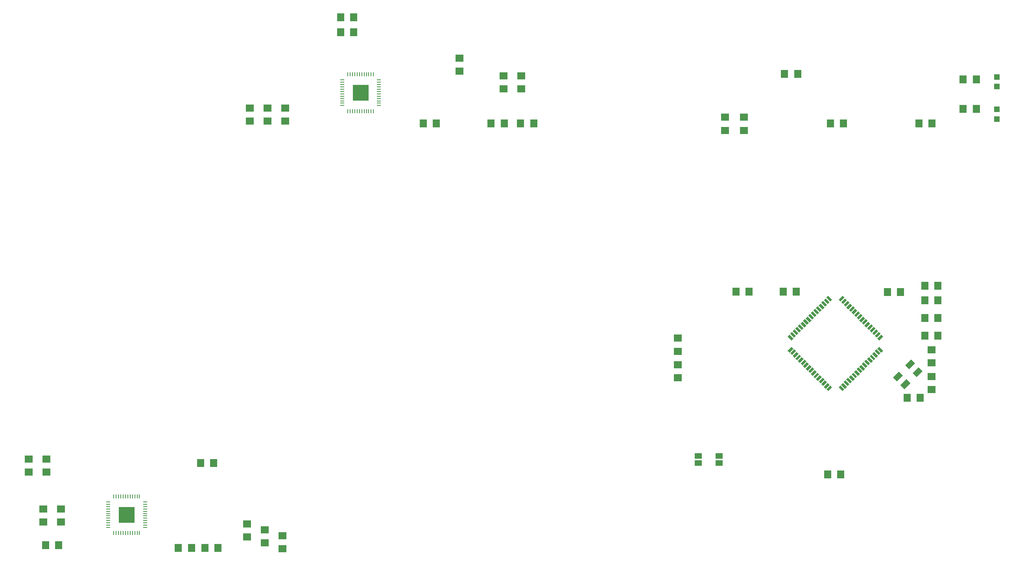
<source format=gbr>
G75*
%MOIN*%
%OFA0B0*%
%FSLAX25Y25*%
%IPPOS*%
%LPD*%
%AMOC8*
5,1,8,0,0,1.08239X$1,22.5*
%
%ADD10R,0.07087X0.06299*%
%ADD11R,0.06299X0.07087*%
%ADD12R,0.02200X0.04700*%
%ADD13R,0.04700X0.02200*%
%ADD14R,0.06300X0.04600*%
%ADD15R,0.07087X0.04724*%
%ADD16R,0.07098X0.06299*%
%ADD17R,0.06299X0.07098*%
%ADD18R,0.00984X0.03346*%
%ADD19R,0.03346X0.00984*%
%ADD20R,0.13780X0.13780*%
%ADD21R,0.04724X0.04724*%
D10*
X0531900Y0077488D03*
X0546900Y0077488D03*
X0546900Y0088512D03*
X0531900Y0088512D03*
X0544400Y0046012D03*
X0544400Y0034988D03*
X0559400Y0034988D03*
X0559400Y0046012D03*
X0716900Y0033512D03*
X0731900Y0028512D03*
X0716900Y0022488D03*
X0731900Y0017488D03*
X1296900Y0147488D03*
X1296900Y0158512D03*
X1296900Y0169988D03*
X1296900Y0181012D03*
X0749400Y0374988D03*
X0734400Y0374988D03*
X0719400Y0374988D03*
X0719400Y0386012D03*
X0734400Y0386012D03*
X0749400Y0386012D03*
X0934400Y0402488D03*
X0949400Y0402488D03*
X0949400Y0413512D03*
X0934400Y0413512D03*
D11*
X0807412Y0450500D03*
X0796388Y0450500D03*
X0796388Y0463000D03*
X0807412Y0463000D03*
X1131388Y0230500D03*
X1142412Y0230500D03*
X1171388Y0230500D03*
X1182412Y0230500D03*
X1259764Y0230313D03*
X1270788Y0230313D03*
X1291388Y0223000D03*
X1302412Y0223000D03*
X1287412Y0140500D03*
X1276388Y0140500D03*
X1219912Y0075500D03*
X1208888Y0075500D03*
X0557412Y0015500D03*
X0546388Y0015500D03*
D12*
G36*
X1175041Y0192628D02*
X1176597Y0194184D01*
X1179919Y0190862D01*
X1178363Y0189306D01*
X1175041Y0192628D01*
G37*
G36*
X1177233Y0194820D02*
X1178789Y0196376D01*
X1182111Y0193054D01*
X1180555Y0191498D01*
X1177233Y0194820D01*
G37*
G36*
X1179425Y0197012D02*
X1180981Y0198568D01*
X1184303Y0195246D01*
X1182747Y0193690D01*
X1179425Y0197012D01*
G37*
G36*
X1181617Y0199204D02*
X1183173Y0200760D01*
X1186495Y0197438D01*
X1184939Y0195882D01*
X1181617Y0199204D01*
G37*
G36*
X1183809Y0201396D02*
X1185365Y0202952D01*
X1188687Y0199630D01*
X1187131Y0198074D01*
X1183809Y0201396D01*
G37*
G36*
X1186001Y0203588D02*
X1187557Y0205144D01*
X1190879Y0201822D01*
X1189323Y0200266D01*
X1186001Y0203588D01*
G37*
G36*
X1188193Y0205780D02*
X1189749Y0207336D01*
X1193071Y0204014D01*
X1191515Y0202458D01*
X1188193Y0205780D01*
G37*
G36*
X1190385Y0207972D02*
X1191941Y0209528D01*
X1195263Y0206206D01*
X1193707Y0204650D01*
X1190385Y0207972D01*
G37*
G36*
X1192577Y0210164D02*
X1194133Y0211720D01*
X1197455Y0208398D01*
X1195899Y0206842D01*
X1192577Y0210164D01*
G37*
G36*
X1194769Y0212356D02*
X1196325Y0213912D01*
X1199647Y0210590D01*
X1198091Y0209034D01*
X1194769Y0212356D01*
G37*
G36*
X1196961Y0214548D02*
X1198517Y0216104D01*
X1201839Y0212782D01*
X1200283Y0211226D01*
X1196961Y0214548D01*
G37*
G36*
X1199153Y0216740D02*
X1200709Y0218296D01*
X1204031Y0214974D01*
X1202475Y0213418D01*
X1199153Y0216740D01*
G37*
G36*
X1201345Y0218932D02*
X1202901Y0220488D01*
X1206223Y0217166D01*
X1204667Y0215610D01*
X1201345Y0218932D01*
G37*
G36*
X1203537Y0221124D02*
X1205093Y0222680D01*
X1208415Y0219358D01*
X1206859Y0217802D01*
X1203537Y0221124D01*
G37*
G36*
X1205729Y0223316D02*
X1207285Y0224872D01*
X1210607Y0221550D01*
X1209051Y0219994D01*
X1205729Y0223316D01*
G37*
G36*
X1207921Y0225508D02*
X1209477Y0227064D01*
X1212799Y0223742D01*
X1211243Y0222186D01*
X1207921Y0225508D01*
G37*
G36*
X1251125Y0182304D02*
X1252681Y0183860D01*
X1256003Y0180538D01*
X1254447Y0178982D01*
X1251125Y0182304D01*
G37*
G36*
X1248933Y0180112D02*
X1250489Y0181668D01*
X1253811Y0178346D01*
X1252255Y0176790D01*
X1248933Y0180112D01*
G37*
G36*
X1246741Y0177920D02*
X1248297Y0179476D01*
X1251619Y0176154D01*
X1250063Y0174598D01*
X1246741Y0177920D01*
G37*
G36*
X1244549Y0175728D02*
X1246105Y0177284D01*
X1249427Y0173962D01*
X1247871Y0172406D01*
X1244549Y0175728D01*
G37*
G36*
X1242357Y0173536D02*
X1243913Y0175092D01*
X1247235Y0171770D01*
X1245679Y0170214D01*
X1242357Y0173536D01*
G37*
G36*
X1240165Y0171344D02*
X1241721Y0172900D01*
X1245043Y0169578D01*
X1243487Y0168022D01*
X1240165Y0171344D01*
G37*
G36*
X1237973Y0169152D02*
X1239529Y0170708D01*
X1242851Y0167386D01*
X1241295Y0165830D01*
X1237973Y0169152D01*
G37*
G36*
X1235781Y0166960D02*
X1237337Y0168516D01*
X1240659Y0165194D01*
X1239103Y0163638D01*
X1235781Y0166960D01*
G37*
G36*
X1233589Y0164768D02*
X1235145Y0166324D01*
X1238467Y0163002D01*
X1236911Y0161446D01*
X1233589Y0164768D01*
G37*
G36*
X1231397Y0162576D02*
X1232953Y0164132D01*
X1236275Y0160810D01*
X1234719Y0159254D01*
X1231397Y0162576D01*
G37*
G36*
X1229205Y0160383D02*
X1230761Y0161939D01*
X1234083Y0158617D01*
X1232527Y0157061D01*
X1229205Y0160383D01*
G37*
G36*
X1227013Y0158191D02*
X1228569Y0159747D01*
X1231891Y0156425D01*
X1230335Y0154869D01*
X1227013Y0158191D01*
G37*
G36*
X1224821Y0155999D02*
X1226377Y0157555D01*
X1229699Y0154233D01*
X1228143Y0152677D01*
X1224821Y0155999D01*
G37*
G36*
X1222629Y0153807D02*
X1224185Y0155363D01*
X1227507Y0152041D01*
X1225951Y0150485D01*
X1222629Y0153807D01*
G37*
G36*
X1220437Y0151615D02*
X1221993Y0153171D01*
X1225315Y0149849D01*
X1223759Y0148293D01*
X1220437Y0151615D01*
G37*
G36*
X1218245Y0149423D02*
X1219801Y0150979D01*
X1223123Y0147657D01*
X1221567Y0146101D01*
X1218245Y0149423D01*
G37*
D13*
G36*
X1207921Y0147657D02*
X1211243Y0150979D01*
X1212799Y0149423D01*
X1209477Y0146101D01*
X1207921Y0147657D01*
G37*
G36*
X1205729Y0149849D02*
X1209051Y0153171D01*
X1210607Y0151615D01*
X1207285Y0148293D01*
X1205729Y0149849D01*
G37*
G36*
X1203537Y0152041D02*
X1206859Y0155363D01*
X1208415Y0153807D01*
X1205093Y0150485D01*
X1203537Y0152041D01*
G37*
G36*
X1201345Y0154233D02*
X1204667Y0157555D01*
X1206223Y0155999D01*
X1202901Y0152677D01*
X1201345Y0154233D01*
G37*
G36*
X1199153Y0156425D02*
X1202475Y0159747D01*
X1204031Y0158191D01*
X1200709Y0154869D01*
X1199153Y0156425D01*
G37*
G36*
X1196961Y0158617D02*
X1200283Y0161939D01*
X1201839Y0160383D01*
X1198517Y0157061D01*
X1196961Y0158617D01*
G37*
G36*
X1194769Y0160810D02*
X1198091Y0164132D01*
X1199647Y0162576D01*
X1196325Y0159254D01*
X1194769Y0160810D01*
G37*
G36*
X1192577Y0163002D02*
X1195899Y0166324D01*
X1197455Y0164768D01*
X1194133Y0161446D01*
X1192577Y0163002D01*
G37*
G36*
X1190385Y0165194D02*
X1193707Y0168516D01*
X1195263Y0166960D01*
X1191941Y0163638D01*
X1190385Y0165194D01*
G37*
G36*
X1188193Y0167386D02*
X1191515Y0170708D01*
X1193071Y0169152D01*
X1189749Y0165830D01*
X1188193Y0167386D01*
G37*
G36*
X1186001Y0169578D02*
X1189323Y0172900D01*
X1190879Y0171344D01*
X1187557Y0168022D01*
X1186001Y0169578D01*
G37*
G36*
X1183809Y0171770D02*
X1187131Y0175092D01*
X1188687Y0173536D01*
X1185365Y0170214D01*
X1183809Y0171770D01*
G37*
G36*
X1181617Y0173962D02*
X1184939Y0177284D01*
X1186495Y0175728D01*
X1183173Y0172406D01*
X1181617Y0173962D01*
G37*
G36*
X1179425Y0176154D02*
X1182747Y0179476D01*
X1184303Y0177920D01*
X1180981Y0174598D01*
X1179425Y0176154D01*
G37*
G36*
X1177233Y0178346D02*
X1180555Y0181668D01*
X1182111Y0180112D01*
X1178789Y0176790D01*
X1177233Y0178346D01*
G37*
G36*
X1175041Y0180538D02*
X1178363Y0183860D01*
X1179919Y0182304D01*
X1176597Y0178982D01*
X1175041Y0180538D01*
G37*
G36*
X1235781Y0206206D02*
X1239103Y0209528D01*
X1240659Y0207972D01*
X1237337Y0204650D01*
X1235781Y0206206D01*
G37*
G36*
X1233589Y0208398D02*
X1236911Y0211720D01*
X1238467Y0210164D01*
X1235145Y0206842D01*
X1233589Y0208398D01*
G37*
G36*
X1231397Y0210590D02*
X1234719Y0213912D01*
X1236275Y0212356D01*
X1232953Y0209034D01*
X1231397Y0210590D01*
G37*
G36*
X1229205Y0212782D02*
X1232527Y0216104D01*
X1234083Y0214548D01*
X1230761Y0211226D01*
X1229205Y0212782D01*
G37*
G36*
X1227013Y0214974D02*
X1230335Y0218296D01*
X1231891Y0216740D01*
X1228569Y0213418D01*
X1227013Y0214974D01*
G37*
G36*
X1224821Y0217166D02*
X1228143Y0220488D01*
X1229699Y0218932D01*
X1226377Y0215610D01*
X1224821Y0217166D01*
G37*
G36*
X1222629Y0219358D02*
X1225951Y0222680D01*
X1227507Y0221124D01*
X1224185Y0217802D01*
X1222629Y0219358D01*
G37*
G36*
X1220437Y0221550D02*
X1223759Y0224872D01*
X1225315Y0223316D01*
X1221993Y0219994D01*
X1220437Y0221550D01*
G37*
G36*
X1218245Y0223742D02*
X1221567Y0227064D01*
X1223123Y0225508D01*
X1219801Y0222186D01*
X1218245Y0223742D01*
G37*
G36*
X1237973Y0204014D02*
X1241295Y0207336D01*
X1242851Y0205780D01*
X1239529Y0202458D01*
X1237973Y0204014D01*
G37*
G36*
X1240165Y0201822D02*
X1243487Y0205144D01*
X1245043Y0203588D01*
X1241721Y0200266D01*
X1240165Y0201822D01*
G37*
G36*
X1242357Y0199630D02*
X1245679Y0202952D01*
X1247235Y0201396D01*
X1243913Y0198074D01*
X1242357Y0199630D01*
G37*
G36*
X1244549Y0197438D02*
X1247871Y0200760D01*
X1249427Y0199204D01*
X1246105Y0195882D01*
X1244549Y0197438D01*
G37*
G36*
X1246741Y0195246D02*
X1250063Y0198568D01*
X1251619Y0197012D01*
X1248297Y0193690D01*
X1246741Y0195246D01*
G37*
G36*
X1248933Y0193054D02*
X1252255Y0196376D01*
X1253811Y0194820D01*
X1250489Y0191498D01*
X1248933Y0193054D01*
G37*
G36*
X1251125Y0190862D02*
X1254447Y0194184D01*
X1256003Y0192628D01*
X1252681Y0189306D01*
X1251125Y0190862D01*
G37*
D14*
X1116900Y0091000D03*
X1116900Y0085000D03*
X1099400Y0085000D03*
X1099400Y0091000D03*
D15*
G36*
X1279126Y0152983D02*
X1274116Y0147973D01*
X1270776Y0151313D01*
X1275786Y0156323D01*
X1279126Y0152983D01*
G37*
G36*
X1272723Y0159386D02*
X1267713Y0154376D01*
X1264373Y0157716D01*
X1269383Y0162726D01*
X1272723Y0159386D01*
G37*
G36*
X1289427Y0163284D02*
X1284417Y0158274D01*
X1281077Y0161614D01*
X1286087Y0166624D01*
X1289427Y0163284D01*
G37*
G36*
X1283024Y0169687D02*
X1278014Y0164677D01*
X1274674Y0168017D01*
X1279684Y0173027D01*
X1283024Y0169687D01*
G37*
D16*
X1081900Y0168598D03*
X1081900Y0157402D03*
X1081900Y0179902D03*
X1081900Y0191098D03*
X0746900Y0023598D03*
X0746900Y0012402D03*
X1121900Y0367215D03*
X1138150Y0367215D03*
X1138150Y0378411D03*
X1121900Y0378411D03*
X0896900Y0417402D03*
X0896900Y0428598D03*
D17*
X0877498Y0373000D03*
X0866302Y0373000D03*
X0923802Y0373000D03*
X0934998Y0373000D03*
X0948802Y0373000D03*
X0959998Y0373000D03*
X1172350Y0415047D03*
X1183547Y0415047D03*
X1211302Y0373000D03*
X1222498Y0373000D03*
X1286302Y0373000D03*
X1297498Y0373000D03*
X1323802Y0385500D03*
X1334998Y0385500D03*
X1334998Y0410500D03*
X1323802Y0410500D03*
X1302498Y0235500D03*
X1291302Y0235500D03*
X1291302Y0208000D03*
X1302498Y0208000D03*
X1302498Y0193000D03*
X1291302Y0193000D03*
X0688783Y0085146D03*
X0677586Y0085146D03*
X0681302Y0013000D03*
X0692498Y0013000D03*
X0669998Y0013000D03*
X0658802Y0013000D03*
D18*
X0625837Y0025756D03*
X0623869Y0025756D03*
X0621900Y0025756D03*
X0619931Y0025756D03*
X0617963Y0025756D03*
X0615994Y0025756D03*
X0614026Y0025756D03*
X0612057Y0025756D03*
X0610089Y0025756D03*
X0608120Y0025756D03*
X0606152Y0025756D03*
X0604183Y0025756D03*
X0604183Y0056858D03*
X0606152Y0056858D03*
X0608120Y0056858D03*
X0610089Y0056858D03*
X0612057Y0056858D03*
X0614026Y0056858D03*
X0615994Y0056858D03*
X0617963Y0056858D03*
X0619931Y0056858D03*
X0621900Y0056858D03*
X0623869Y0056858D03*
X0625837Y0056858D03*
X0802471Y0383650D03*
X0804439Y0383650D03*
X0806408Y0383650D03*
X0808376Y0383650D03*
X0810345Y0383650D03*
X0812313Y0383650D03*
X0814282Y0383650D03*
X0816250Y0383650D03*
X0818219Y0383650D03*
X0820187Y0383650D03*
X0822156Y0383650D03*
X0824124Y0383650D03*
X0824124Y0414752D03*
X0822156Y0414752D03*
X0820187Y0414752D03*
X0818219Y0414752D03*
X0816250Y0414752D03*
X0814282Y0414752D03*
X0812313Y0414752D03*
X0810345Y0414752D03*
X0808376Y0414752D03*
X0806408Y0414752D03*
X0804439Y0414752D03*
X0802471Y0414752D03*
D19*
X0797746Y0410028D03*
X0797746Y0408059D03*
X0797746Y0406091D03*
X0797746Y0404122D03*
X0797746Y0402154D03*
X0797746Y0400185D03*
X0797746Y0398217D03*
X0797746Y0396248D03*
X0797746Y0394280D03*
X0797746Y0392311D03*
X0797746Y0390343D03*
X0797746Y0388374D03*
X0828849Y0388374D03*
X0828849Y0390343D03*
X0828849Y0392311D03*
X0828849Y0394280D03*
X0828849Y0396248D03*
X0828849Y0398217D03*
X0828849Y0400185D03*
X0828849Y0402154D03*
X0828849Y0404122D03*
X0828849Y0406091D03*
X0828849Y0408059D03*
X0828849Y0410028D03*
X0630561Y0052134D03*
X0630561Y0050165D03*
X0630561Y0048197D03*
X0630561Y0046228D03*
X0630561Y0044260D03*
X0630561Y0042291D03*
X0630561Y0040323D03*
X0630561Y0038354D03*
X0630561Y0036386D03*
X0630561Y0034417D03*
X0630561Y0032449D03*
X0630561Y0030480D03*
X0599459Y0030480D03*
X0599459Y0032449D03*
X0599459Y0034417D03*
X0599459Y0036386D03*
X0599459Y0038354D03*
X0599459Y0040323D03*
X0599459Y0042291D03*
X0599459Y0044260D03*
X0599459Y0046228D03*
X0599459Y0048197D03*
X0599459Y0050165D03*
X0599459Y0052134D03*
D20*
X0615010Y0041307D03*
X0813298Y0399201D03*
D21*
X1352294Y0404378D03*
X1352294Y0412646D03*
X1352294Y0385087D03*
X1352294Y0376819D03*
M02*

</source>
